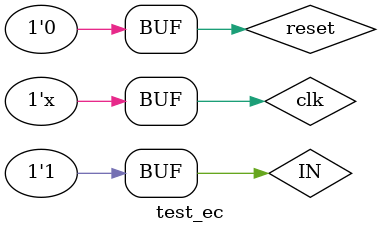
<source format=v>
module test_ec();
	
	reg reset;
	reg clk;
	reg IN;
	DECODER dc(IN,clk,reset,OUT,WRONG);
	
	initial begin
		reset = 1;
		clk = 1;
		IN=1;
		#100 reset = 0;
	end
	
	always #50 clk = ~clk;
		
endmodule

</source>
